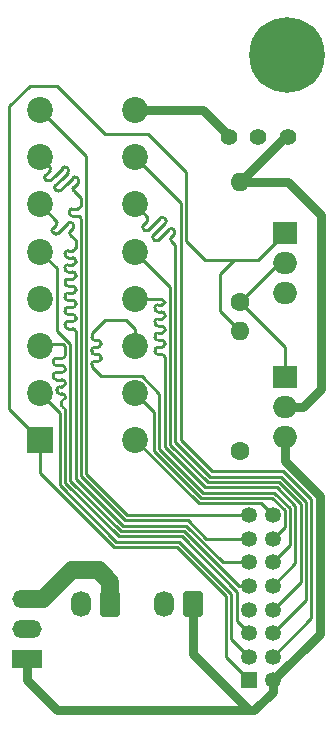
<source format=gbr>
%TF.GenerationSoftware,KiCad,Pcbnew,8.0.7*%
%TF.CreationDate,2025-07-29T20:25:38-07:00*%
%TF.ProjectId,V2.7-Connector-board,56322e37-2d43-46f6-9e6e-6563746f722d,rev?*%
%TF.SameCoordinates,Original*%
%TF.FileFunction,Copper,L1,Top*%
%TF.FilePolarity,Positive*%
%FSLAX46Y46*%
G04 Gerber Fmt 4.6, Leading zero omitted, Abs format (unit mm)*
G04 Created by KiCad (PCBNEW 8.0.7) date 2025-07-29 20:25:38*
%MOMM*%
%LPD*%
G01*
G04 APERTURE LIST*
G04 Aperture macros list*
%AMRoundRect*
0 Rectangle with rounded corners*
0 $1 Rounding radius*
0 $2 $3 $4 $5 $6 $7 $8 $9 X,Y pos of 4 corners*
0 Add a 4 corners polygon primitive as box body*
4,1,4,$2,$3,$4,$5,$6,$7,$8,$9,$2,$3,0*
0 Add four circle primitives for the rounded corners*
1,1,$1+$1,$2,$3*
1,1,$1+$1,$4,$5*
1,1,$1+$1,$6,$7*
1,1,$1+$1,$8,$9*
0 Add four rect primitives between the rounded corners*
20,1,$1+$1,$2,$3,$4,$5,0*
20,1,$1+$1,$4,$5,$6,$7,0*
20,1,$1+$1,$6,$7,$8,$9,0*
20,1,$1+$1,$8,$9,$2,$3,0*%
G04 Aperture macros list end*
%TA.AperFunction,ComponentPad*%
%ADD10RoundRect,0.250000X-0.600000X0.850000X-0.600000X-0.850000X0.600000X-0.850000X0.600000X0.850000X0*%
%TD*%
%TA.AperFunction,ComponentPad*%
%ADD11O,1.700000X2.200000*%
%TD*%
%TA.AperFunction,ComponentPad*%
%ADD12C,1.600000*%
%TD*%
%TA.AperFunction,ComponentPad*%
%ADD13O,1.600000X1.600000*%
%TD*%
%TA.AperFunction,ComponentPad*%
%ADD14C,1.397000*%
%TD*%
%TA.AperFunction,ComponentPad*%
%ADD15R,1.346200X1.346200*%
%TD*%
%TA.AperFunction,ComponentPad*%
%ADD16C,1.346200*%
%TD*%
%TA.AperFunction,ComponentPad*%
%ADD17R,2.500000X1.500000*%
%TD*%
%TA.AperFunction,ComponentPad*%
%ADD18O,2.500000X1.500000*%
%TD*%
%TA.AperFunction,ComponentPad*%
%ADD19C,6.400000*%
%TD*%
%TA.AperFunction,ComponentPad*%
%ADD20R,2.000000X1.905000*%
%TD*%
%TA.AperFunction,ComponentPad*%
%ADD21O,2.000000X1.905000*%
%TD*%
%TA.AperFunction,ComponentPad*%
%ADD22R,2.192000X2.192000*%
%TD*%
%TA.AperFunction,ComponentPad*%
%ADD23C,2.192000*%
%TD*%
%TA.AperFunction,Conductor*%
%ADD24C,0.750000*%
%TD*%
%TA.AperFunction,Conductor*%
%ADD25C,0.250000*%
%TD*%
%TA.AperFunction,Conductor*%
%ADD26C,1.500000*%
%TD*%
G04 APERTURE END LIST*
D10*
%TO.P,J4,1,Pin_1*%
%TO.N,V4*%
X127468000Y-74862000D03*
D11*
%TO.P,J4,2,Pin_2*%
%TO.N,GND*%
X124968000Y-74862000D03*
%TD*%
D10*
%TO.P,J3,1,Pin_1*%
%TO.N,V3*%
X134493000Y-74862000D03*
D11*
%TO.P,J3,2,Pin_2*%
%TO.N,GND*%
X131993000Y-74862000D03*
%TD*%
D12*
%TO.P,R2,1*%
%TO.N,GND*%
X138430000Y-61849000D03*
D13*
%TO.P,R2,2*%
%TO.N,V2*%
X138430000Y-51689000D03*
%TD*%
D14*
%TO.P,SW1,3,3*%
%TO.N,V1*%
X137494000Y-35306000D03*
%TO.P,SW1,2,2*%
%TO.N,GND*%
X139994000Y-35306000D03*
%TO.P,SW1,1,1*%
%TO.N,Net-(Q2-D)*%
X142494000Y-35306000D03*
%TD*%
D15*
%TO.P,J1,1,Pin_1*%
%TO.N,V2*%
X139223999Y-81310000D03*
D16*
%TO.P,J1,2,Pin_2*%
%TO.N,OBD_Pin2*%
X139223999Y-79310001D03*
%TO.P,J1,3,Pin_3*%
%TO.N,OBD_Pin3*%
X139223999Y-77310000D03*
%TO.P,J1,4,Pin_4*%
%TO.N,GND*%
X139223999Y-75310001D03*
%TO.P,J1,5,Pin_5*%
%TO.N,OBD_Pin5*%
X139223999Y-73310000D03*
%TO.P,J1,6,Pin_6*%
%TO.N,OBD_Pin6*%
X139223999Y-71310002D03*
%TO.P,J1,7,Pin_7*%
%TO.N,OBD_Pin7*%
X139223999Y-69310001D03*
%TO.P,J1,8,Pin_8*%
%TO.N,OBD_Pin8*%
X139223999Y-67310000D03*
%TO.P,J1,9,Pin_9*%
%TO.N,OBD_Pin9*%
X141224000Y-67310000D03*
%TO.P,J1,10,Pin_10*%
%TO.N,OBD_Pin10*%
X141224000Y-69310001D03*
%TO.P,J1,11,Pin_11*%
%TO.N,OBD_Pin11*%
X141224000Y-71310002D03*
%TO.P,J1,12,Pin_12*%
%TO.N,OBD_Pin12*%
X141224000Y-73310000D03*
%TO.P,J1,13,Pin_13*%
%TO.N,OBD_Pin13*%
X141224000Y-75310001D03*
%TO.P,J1,14,Pin_14*%
%TO.N,OBD_Pin14*%
X141224000Y-77310000D03*
%TO.P,J1,15,Pin_15*%
%TO.N,OBD_Pin15*%
X141224000Y-79310001D03*
%TO.P,J1,16,Pin_16*%
%TO.N,V3*%
X141224000Y-81310000D03*
%TD*%
D17*
%TO.P,U1,1,Vin*%
%TO.N,V3*%
X120396000Y-79502000D03*
D18*
%TO.P,U1,2,GND*%
%TO.N,GND*%
X120396000Y-76962000D03*
%TO.P,U1,3,Vout*%
%TO.N,V4*%
X120396000Y-74422000D03*
%TD*%
D19*
%TO.P,H1,1,1*%
%TO.N,GND*%
X142427000Y-28388000D03*
%TD*%
D12*
%TO.P,R1,1*%
%TO.N,Net-(Q1-D)*%
X138430000Y-49276000D03*
D13*
%TO.P,R1,2*%
%TO.N,Net-(Q2-D)*%
X138430000Y-39116000D03*
%TD*%
D20*
%TO.P,Q2,1,G*%
%TO.N,Net-(Q1-D)*%
X142240000Y-55626000D03*
D21*
%TO.P,Q2,2,D*%
%TO.N,Net-(Q2-D)*%
X142240000Y-58166000D03*
%TO.P,Q2,3,S*%
%TO.N,V3*%
X142240000Y-60706000D03*
%TD*%
D20*
%TO.P,Q1,1,G*%
%TO.N,V2*%
X142240000Y-43434000D03*
D21*
%TO.P,Q1,2,D*%
%TO.N,Net-(Q1-D)*%
X142240000Y-45974000D03*
%TO.P,Q1,3,S*%
%TO.N,GND*%
X142240000Y-48514000D03*
%TD*%
D22*
%TO.P,J2,1,Pin_1*%
%TO.N,V2*%
X121521220Y-60955080D03*
D23*
%TO.P,J2,2,Pin_2*%
%TO.N,OBD_Pin2*%
X121521220Y-56965080D03*
%TO.P,J2,3,Pin_3*%
%TO.N,OBD_Pin3*%
X121521220Y-52975080D03*
%TO.P,J2,4,Pin_4*%
%TO.N,GND*%
X121521220Y-48985080D03*
%TO.P,J2,5,Pin_5*%
%TO.N,OBD_Pin5*%
X121521220Y-44995080D03*
%TO.P,J2,6,Pin_6*%
%TO.N,OBD_Pin6*%
X121521220Y-41005080D03*
%TO.P,J2,7,Pin_7*%
%TO.N,OBD_Pin7*%
X121521220Y-37015080D03*
%TO.P,J2,8,Pin_8*%
%TO.N,OBD_Pin8*%
X121521220Y-33025080D03*
%TO.P,J2,9,Pin_9*%
%TO.N,OBD_Pin9*%
X129540000Y-60950000D03*
%TO.P,J2,10,Pin_10*%
%TO.N,OBD_Pin10*%
X129540000Y-56960000D03*
%TO.P,J2,11,Pin_11*%
%TO.N,OBD_Pin11*%
X129540000Y-52970000D03*
%TO.P,J2,12,Pin_12*%
%TO.N,OBD_Pin12*%
X129540000Y-48980000D03*
%TO.P,J2,13,Pin_13*%
%TO.N,OBD_Pin13*%
X129540000Y-44990000D03*
%TO.P,J2,14,Pin_14*%
%TO.N,OBD_Pin14*%
X129540000Y-41000000D03*
%TO.P,J2,15,Pin_15*%
%TO.N,OBD_Pin15*%
X129540000Y-37010000D03*
%TO.P,J2,16,Pin_16*%
%TO.N,V1*%
X129540000Y-33020000D03*
%TD*%
D24*
%TO.N,V3*%
X139665907Y-83820000D02*
X122936000Y-83820000D01*
X122936000Y-83820000D02*
X120396000Y-81280000D01*
X120396000Y-81280000D02*
X120396000Y-79502000D01*
D25*
%TO.N,OBD_Pin3*%
X121521220Y-52975080D02*
X121664300Y-52832000D01*
X121664300Y-52832000D02*
X123442604Y-52832000D01*
X123442604Y-52832000D02*
X123640000Y-53029396D01*
X123640000Y-53029396D02*
X123640000Y-53790000D01*
%TO.N,V2*%
X133132412Y-70010000D02*
X137276000Y-74153588D01*
X121521220Y-63737616D02*
X127793604Y-70010000D01*
X121521220Y-60955080D02*
X121521220Y-63737616D01*
X127793604Y-70010000D02*
X133132412Y-70010000D01*
X137276000Y-74153588D02*
X137276000Y-79362001D01*
X137276000Y-79362001D02*
X139223999Y-81310000D01*
%TO.N,OBD_Pin2*%
X121521220Y-56965080D02*
X123190000Y-58633860D01*
X137726000Y-77812002D02*
X139223999Y-79310001D01*
X127980000Y-69560000D02*
X133318808Y-69560000D01*
X133318808Y-69560000D02*
X137726000Y-73967192D01*
X137726000Y-73967192D02*
X137726000Y-77812002D01*
X123190000Y-58633860D02*
X123190000Y-64770000D01*
X123190000Y-64770000D02*
X127980000Y-69560000D01*
%TO.N,OBD_Pin3*%
X133505204Y-69110000D02*
X138176000Y-73780796D01*
X123640000Y-64583604D02*
X128166396Y-69110000D01*
X123640000Y-58979486D02*
X123640000Y-64583604D01*
X128166396Y-69110000D02*
X133505204Y-69110000D01*
X138176000Y-73780796D02*
X138176000Y-76262001D01*
X138176000Y-76262001D02*
X139223999Y-77310000D01*
D24*
%TO.N,V3*%
X141224000Y-81310000D02*
X141224000Y-82261907D01*
X141224000Y-82261907D02*
X139665907Y-83820000D01*
D25*
%TO.N,OBD_Pin5*%
X121521220Y-44995080D02*
X122942220Y-46416080D01*
X122942220Y-46416080D02*
X122942220Y-51695220D01*
X122942220Y-51695220D02*
X124090000Y-52843000D01*
X124090000Y-52843000D02*
X124090000Y-64397208D01*
X124090000Y-64397208D02*
X128352792Y-68660000D01*
X138341600Y-73310000D02*
X139223999Y-73310000D01*
X128352792Y-68660000D02*
X133691600Y-68660000D01*
X133691600Y-68660000D02*
X138341600Y-73310000D01*
%TO.N,OBD_Pin15*%
X144490000Y-65982493D02*
X144490000Y-76044001D01*
X136076396Y-63611900D02*
X142119407Y-63611900D01*
X142119407Y-63611900D02*
X144490000Y-65982493D01*
X144490000Y-76044001D02*
X141224000Y-79310001D01*
X129540000Y-37010000D02*
X133430000Y-40900000D01*
X133430000Y-40900000D02*
X133430000Y-60965504D01*
X133430000Y-60965504D02*
X136076396Y-63611900D01*
%TO.N,OBD_Pin14*%
X132049758Y-43509757D02*
X132049758Y-43509758D01*
X132980000Y-46533894D02*
X132980000Y-61151900D01*
X144040000Y-66168889D02*
X144040000Y-74494000D01*
X130689659Y-43172804D02*
X131031526Y-42830936D01*
X132879550Y-43528492D02*
X132643727Y-43764316D01*
X132728579Y-44188579D02*
X132980000Y-44440000D01*
X132980000Y-44440000D02*
X132980000Y-46533894D01*
X131625495Y-43085495D02*
X131113945Y-43597044D01*
X131201231Y-42661231D02*
X131712751Y-42149708D01*
X132794698Y-43104228D02*
X132879550Y-43189080D01*
X144040000Y-74494000D02*
X141224000Y-77310000D01*
X132049758Y-43509758D02*
X132219462Y-43340051D01*
X129540000Y-41000000D02*
X130607263Y-42067263D01*
X131538209Y-44021307D02*
X132049758Y-43509757D01*
X131625494Y-43085495D02*
X131625495Y-43085495D01*
X131031526Y-42830936D02*
X131201232Y-42661230D01*
X132137015Y-42573973D02*
X131625494Y-43085495D01*
X135890000Y-64061900D02*
X141933011Y-64061900D01*
X130265395Y-43087952D02*
X130350247Y-43172804D01*
X132052163Y-42149709D02*
X132137015Y-42234561D01*
X132643726Y-44103726D02*
X132728579Y-44188579D01*
X131113945Y-43936455D02*
X131198797Y-44021307D01*
X132980000Y-61151900D02*
X135890000Y-64061900D01*
X132219462Y-43340051D02*
X132455286Y-43104227D01*
X130607263Y-42406674D02*
X130265395Y-42748541D01*
X141933011Y-64061900D02*
X144040000Y-66168889D01*
X131201232Y-42661230D02*
X131201231Y-42661231D01*
X130607263Y-42067263D02*
G75*
G02*
X130607295Y-42406706I-169663J-169737D01*
G01*
X132879550Y-43189080D02*
G75*
G02*
X132879564Y-43528506I-169750J-169720D01*
G01*
X131198797Y-44021307D02*
G75*
G03*
X131538209Y-44021307I169706J169704D01*
G01*
X132455286Y-43104227D02*
G75*
G02*
X132794707Y-43104219I169714J-169673D01*
G01*
X131712751Y-42149708D02*
G75*
G02*
X132052206Y-42149665I169749J-169692D01*
G01*
X132643727Y-43764316D02*
G75*
G03*
X132643747Y-44103704I169673J-169684D01*
G01*
X131113945Y-43597044D02*
G75*
G03*
X131113994Y-43936406I169755J-169656D01*
G01*
X132137015Y-42234561D02*
G75*
G02*
X132137048Y-42574006I-169715J-169739D01*
G01*
X130350247Y-43172804D02*
G75*
G03*
X130689659Y-43172804I169706J169704D01*
G01*
X130265395Y-42748541D02*
G75*
G03*
X130265441Y-43087905I169705J-169659D01*
G01*
%TO.N,OBD_Pin13*%
X135703604Y-64511900D02*
X141746615Y-64511900D01*
X132530000Y-47980000D02*
X132530000Y-61338296D01*
X129540000Y-44990000D02*
X132530000Y-47980000D01*
X143590000Y-72944001D02*
X141224000Y-75310001D01*
X143590000Y-66355285D02*
X143590000Y-72944001D01*
X132530000Y-61338296D02*
X135703604Y-64511900D01*
X141746615Y-64511900D02*
X143590000Y-66355285D01*
%TO.N,OBD_Pin12*%
X131840000Y-53095000D02*
X131485666Y-53095000D01*
X132080000Y-51535000D02*
X132080000Y-51655000D01*
X131805000Y-48980000D02*
X132080000Y-49255000D01*
X132080000Y-53935000D02*
X132080000Y-54055000D01*
X135517208Y-64961900D02*
X141560219Y-64961900D01*
X131485689Y-52495000D02*
X131840000Y-52495000D01*
X143140000Y-66541681D02*
X143140000Y-71394000D01*
X129540000Y-48980000D02*
X131190986Y-48980000D01*
X131840000Y-51895000D02*
X131485689Y-51895000D01*
X131485689Y-50095000D02*
X131840000Y-50095000D01*
X132080000Y-50335000D02*
X132080000Y-50455000D01*
X131245689Y-49735000D02*
X131245689Y-49855000D01*
X132080000Y-52735000D02*
X132080000Y-52855000D01*
X132080000Y-54055000D02*
X132080000Y-54863757D01*
X131485666Y-53695000D02*
X131840000Y-53695000D01*
X141560219Y-64961900D02*
X143140000Y-66541681D01*
X143140000Y-71394000D02*
X141224000Y-73310000D01*
X131190986Y-48980000D02*
X131805000Y-48980000D01*
X131840000Y-49495000D02*
X131485689Y-49495000D01*
X131245689Y-50935000D02*
X131245689Y-51055000D01*
X131245689Y-52135000D02*
X131245689Y-52255000D01*
X131840000Y-50695000D02*
X131485689Y-50695000D01*
X132080000Y-54863757D02*
X132080000Y-61524692D01*
X132080000Y-61524692D02*
X135517208Y-64961900D01*
X131485689Y-51295000D02*
X131840000Y-51295000D01*
X131245666Y-53335000D02*
X131245666Y-53455000D01*
X132080000Y-49255000D02*
G75*
G02*
X131840000Y-49495000I-240000J0D01*
G01*
X131245689Y-51055000D02*
G75*
G03*
X131485689Y-51295011I240011J0D01*
G01*
X131840000Y-51295000D02*
G75*
G02*
X132080000Y-51535000I0J-240000D01*
G01*
X131485689Y-49495000D02*
G75*
G03*
X131245700Y-49735000I11J-240000D01*
G01*
X131485666Y-53095000D02*
G75*
G03*
X131245700Y-53335000I34J-240000D01*
G01*
X131245689Y-52255000D02*
G75*
G03*
X131485689Y-52495011I240011J0D01*
G01*
X131485689Y-50695000D02*
G75*
G03*
X131245700Y-50935000I11J-240000D01*
G01*
X131245689Y-49855000D02*
G75*
G03*
X131485689Y-50095011I240011J0D01*
G01*
X131840000Y-52495000D02*
G75*
G02*
X132080000Y-52735000I0J-240000D01*
G01*
X132080000Y-52855000D02*
G75*
G02*
X131840000Y-53095000I-240000J0D01*
G01*
X132080000Y-50455000D02*
G75*
G02*
X131840000Y-50695000I-240000J0D01*
G01*
X131840000Y-53695000D02*
G75*
G02*
X132080000Y-53935000I0J-240000D01*
G01*
X132080000Y-51655000D02*
G75*
G02*
X131840000Y-51895000I-240000J0D01*
G01*
X131485689Y-51895000D02*
G75*
G03*
X131245700Y-52135000I11J-240000D01*
G01*
X131245666Y-53455000D02*
G75*
G03*
X131485666Y-53695034I240034J0D01*
G01*
X131840000Y-50095000D02*
G75*
G02*
X132080000Y-50335000I0J-240000D01*
G01*
%TO.N,OBD_Pin11*%
X126425548Y-53092050D02*
X126130000Y-53092050D01*
X126665556Y-53932050D02*
X126665556Y-54052050D01*
X125890000Y-54532050D02*
X125890000Y-54652050D01*
X125890000Y-53332050D02*
X125890000Y-53452050D01*
X129540000Y-52970000D02*
X129540000Y-51562000D01*
X125890000Y-54652050D02*
X125890000Y-54770000D01*
X126659000Y-55539000D02*
X127460215Y-55539000D01*
X127000000Y-50800000D02*
X125890000Y-51910000D01*
X126130000Y-53692050D02*
X126425556Y-53692050D01*
X126130000Y-52492050D02*
X126425548Y-52492050D01*
X141373823Y-65411900D02*
X142690000Y-66728077D01*
X130128598Y-55539000D02*
X131630000Y-57040402D01*
X125890000Y-51910000D02*
X125890000Y-52252050D01*
X128778000Y-50800000D02*
X127000000Y-50800000D01*
X135330812Y-65411900D02*
X141373823Y-65411900D01*
X127460215Y-55539000D02*
X130128598Y-55539000D01*
X125890000Y-54770000D02*
X126659000Y-55539000D01*
X142690000Y-66728077D02*
X142690000Y-69844002D01*
X131630000Y-57040402D02*
X131630000Y-61711088D01*
X126665548Y-52732050D02*
X126665548Y-52852050D01*
X131630000Y-61711088D02*
X135330812Y-65411900D01*
X129540000Y-51562000D02*
X128778000Y-50800000D01*
X142690000Y-69844002D02*
X141224000Y-71310002D01*
X126425556Y-54292050D02*
X126130000Y-54292050D01*
X126130000Y-54292050D02*
G75*
G03*
X125890050Y-54532050I0J-239950D01*
G01*
X126665556Y-54052050D02*
G75*
G02*
X126425556Y-54292056I-239956J-50D01*
G01*
X125890000Y-53452050D02*
G75*
G03*
X126130000Y-53692100I240000J-50D01*
G01*
X126665548Y-52852050D02*
G75*
G02*
X126425548Y-53092148I-240048J-50D01*
G01*
X125890000Y-52252050D02*
G75*
G03*
X126130000Y-52492100I240000J-50D01*
G01*
X126130000Y-53092050D02*
G75*
G03*
X125890050Y-53332050I0J-239950D01*
G01*
X126425548Y-52492050D02*
G75*
G02*
X126665450Y-52732050I-48J-239950D01*
G01*
X126425556Y-53692050D02*
G75*
G02*
X126665550Y-53932050I44J-239950D01*
G01*
%TO.N,OBD_Pin10*%
X131180000Y-61897484D02*
X135144416Y-65861900D01*
X131180000Y-58600000D02*
X131180000Y-61897484D01*
X142240000Y-68294001D02*
X141224000Y-69310001D01*
X135144416Y-65861900D02*
X141187427Y-65861900D01*
X141187427Y-65861900D02*
X142240000Y-66914473D01*
X129540000Y-56960000D02*
X131180000Y-58600000D01*
X142240000Y-66914473D02*
X142240000Y-68294001D01*
%TO.N,OBD_Pin9*%
X134958020Y-66311900D02*
X140225900Y-66311900D01*
X129540000Y-60950000D02*
X129596120Y-60950000D01*
X140225900Y-66311900D02*
X141224000Y-67310000D01*
X129596120Y-60950000D02*
X134958020Y-66311900D01*
%TO.N,OBD_Pin8*%
X128911980Y-67310000D02*
X139223999Y-67310000D01*
X125440000Y-63838020D02*
X128911980Y-67310000D01*
X125440000Y-36943860D02*
X125440000Y-63838020D01*
X121521220Y-33025080D02*
X125440000Y-36943860D01*
%TO.N,OBD_Pin7*%
X124990000Y-40483860D02*
X124990000Y-41133860D01*
X124453283Y-39947143D02*
X124990000Y-40483860D01*
X122756230Y-38589500D02*
X122925936Y-38419794D01*
X123350199Y-38844059D02*
X122814724Y-39379533D01*
X122390510Y-38955221D02*
X122756230Y-38589500D01*
X123350198Y-38844059D02*
X123350199Y-38844059D01*
X123238988Y-39803796D02*
X123774462Y-39268321D01*
X124990000Y-43609383D02*
X124990000Y-64024416D01*
X124232750Y-41973860D02*
X124750000Y-41973860D01*
X123885651Y-38308605D02*
X123350198Y-38844059D01*
X128725584Y-67760000D02*
X134064392Y-67760000D01*
X121966246Y-38870369D02*
X122051098Y-38955221D01*
X123992750Y-41613860D02*
X123992750Y-41733860D01*
X121521220Y-37015080D02*
X122331967Y-37825827D01*
X122925935Y-38419795D02*
X123461387Y-37884340D01*
X122331967Y-38165238D02*
X121966246Y-38530958D01*
X124368430Y-39862290D02*
X124453283Y-39947143D01*
X134064392Y-67760000D02*
X135614393Y-69310001D01*
X123800799Y-37884341D02*
X123885651Y-37969193D01*
X123774462Y-39268321D02*
X123774462Y-39268322D01*
X124734207Y-39157103D02*
X124368431Y-39522880D01*
X122814724Y-39718944D02*
X122899576Y-39803796D01*
X124649355Y-38732839D02*
X124734207Y-38817691D01*
X123944166Y-39098615D02*
X124309943Y-38732838D01*
X123774462Y-39268322D02*
X123944166Y-39098615D01*
X124990000Y-64024416D02*
X128725584Y-67760000D01*
X135614393Y-69310001D02*
X139223999Y-69310001D01*
X122925936Y-38419794D02*
X122925935Y-38419795D01*
X124750000Y-41373860D02*
X124232750Y-41373860D01*
X124990000Y-42213860D02*
X124990000Y-42333860D01*
X124990000Y-42333860D02*
X124990000Y-43609383D01*
X123461387Y-37884340D02*
G75*
G02*
X123800806Y-37884333I169713J-169760D01*
G01*
X123992750Y-41733860D02*
G75*
G03*
X124232750Y-41973850I239950J-40D01*
G01*
X121966246Y-38530958D02*
G75*
G03*
X121966209Y-38870405I169754J-169742D01*
G01*
X122051098Y-38955221D02*
G75*
G03*
X122390510Y-38955221I169706J169704D01*
G01*
X124734207Y-38817691D02*
G75*
G02*
X124734210Y-39157106I-169707J-169709D01*
G01*
X124232750Y-41373860D02*
G75*
G03*
X123992660Y-41613860I-50J-240040D01*
G01*
X123885651Y-37969193D02*
G75*
G02*
X123885652Y-38308606I-169651J-169707D01*
G01*
X124990000Y-41133860D02*
G75*
G02*
X124750000Y-41373900I-240000J-40D01*
G01*
X124750000Y-41973860D02*
G75*
G02*
X124990040Y-42213860I0J-240040D01*
G01*
X122899576Y-39803796D02*
G75*
G03*
X123238988Y-39803796I169706J169704D01*
G01*
X124368431Y-39522880D02*
G75*
G03*
X124368415Y-39862305I169669J-169720D01*
G01*
X122814724Y-39379533D02*
G75*
G03*
X122814762Y-39718905I169676J-169667D01*
G01*
X122331967Y-37825827D02*
G75*
G02*
X122331935Y-38165205I-169667J-169673D01*
G01*
X124309943Y-38732838D02*
G75*
G02*
X124649306Y-38732887I169657J-169662D01*
G01*
%TO.N,OBD_Pin6*%
X122596053Y-43371188D02*
X122680905Y-43456040D01*
X123496248Y-42980108D02*
X123665952Y-42810401D01*
X124540000Y-46953860D02*
X124540000Y-47073860D01*
X124300000Y-48513860D02*
X123866952Y-48513860D01*
X124540000Y-64210812D02*
X128539188Y-68210000D01*
X124300000Y-46113860D02*
X123866952Y-46113860D01*
X124300000Y-50913860D02*
X123866952Y-50913860D01*
X128539188Y-68210000D02*
X133877996Y-68210000D01*
X123626952Y-46353860D02*
X123626952Y-46473860D01*
X123020317Y-43456040D02*
X123326543Y-43149813D01*
X124540000Y-48153860D02*
X124540000Y-48273860D01*
X136977998Y-71310002D02*
X139223999Y-71310002D01*
X123866952Y-51513860D02*
X124300000Y-51513860D01*
X123866952Y-49113860D02*
X124300000Y-49113860D01*
X124540000Y-54372209D02*
X124540000Y-64210812D01*
X123665952Y-42810401D02*
X123901444Y-42574909D01*
X124090215Y-43574077D02*
X124175069Y-43658929D01*
X123866949Y-50313860D02*
X124300000Y-50313860D01*
X123626951Y-45153860D02*
X123626951Y-45273860D01*
X124540000Y-45753860D02*
X124540000Y-45873860D01*
X124300000Y-47313860D02*
X123866951Y-47313860D01*
X124300000Y-49713860D02*
X123866949Y-49713860D01*
X124540000Y-50553860D02*
X124540000Y-50673860D01*
X124540000Y-51873860D02*
X124540000Y-54372209D01*
X123326543Y-43149813D02*
X123496248Y-42980108D01*
X124540000Y-44023860D02*
X124540000Y-44673860D01*
X124300000Y-44913860D02*
X123866951Y-44913860D01*
X123626952Y-48753860D02*
X123626952Y-48873860D01*
X124540000Y-49353860D02*
X124540000Y-49473860D01*
X123626949Y-49953860D02*
X123626949Y-50073860D01*
X124540000Y-51753860D02*
X124540000Y-51873860D01*
X123866952Y-46713860D02*
X124300000Y-46713860D01*
X123626951Y-47553860D02*
X123626951Y-47673860D01*
X124325708Y-42999174D02*
X124090216Y-43234667D01*
X123866951Y-45513860D02*
X124300000Y-45513860D01*
X122902280Y-42725551D02*
X122596053Y-43031777D01*
X121521220Y-41005080D02*
X122902280Y-42386140D01*
X123866951Y-47913860D02*
X124300000Y-47913860D01*
X123626952Y-51153860D02*
X123626952Y-51273860D01*
X124175069Y-43658929D02*
X124540000Y-44023860D01*
X133877996Y-68210000D02*
X136977998Y-71310002D01*
X124240856Y-42574910D02*
X124325708Y-42659762D01*
X123626949Y-50073860D02*
G75*
G03*
X123866949Y-50313851I239951J-40D01*
G01*
X123866952Y-50913860D02*
G75*
G03*
X123626960Y-51153860I48J-240040D01*
G01*
X124540000Y-50673860D02*
G75*
G02*
X124300000Y-50913900I-240000J-40D01*
G01*
X124300000Y-45513860D02*
G75*
G02*
X124540040Y-45753860I0J-240040D01*
G01*
X124540000Y-49473860D02*
G75*
G02*
X124300000Y-49713900I-240000J-40D01*
G01*
X124300000Y-47913860D02*
G75*
G02*
X124540040Y-48153860I0J-240040D01*
G01*
X124540000Y-44673860D02*
G75*
G02*
X124300000Y-44913900I-240000J-40D01*
G01*
X123626952Y-48873860D02*
G75*
G03*
X123866952Y-49113948I240048J-40D01*
G01*
X124300000Y-50313860D02*
G75*
G02*
X124540040Y-50553860I0J-240040D01*
G01*
X124300000Y-46713860D02*
G75*
G02*
X124540040Y-46953860I0J-240040D01*
G01*
X123626952Y-51273860D02*
G75*
G03*
X123866952Y-51513948I240048J-40D01*
G01*
X123626951Y-47673860D02*
G75*
G03*
X123866951Y-47913849I239949J-40D01*
G01*
X124540000Y-45873860D02*
G75*
G02*
X124300000Y-46113900I-240000J-40D01*
G01*
X122596053Y-43031777D02*
G75*
G03*
X122596035Y-43371205I169747J-169723D01*
G01*
X123866949Y-49713860D02*
G75*
G03*
X123626860Y-49953860I-49J-240040D01*
G01*
X124540000Y-48273860D02*
G75*
G02*
X124300000Y-48513900I-240000J-40D01*
G01*
X124300000Y-51513860D02*
G75*
G02*
X124540040Y-51753860I0J-240040D01*
G01*
X123866951Y-44913860D02*
G75*
G03*
X123626860Y-45153860I-51J-240040D01*
G01*
X122902280Y-42386140D02*
G75*
G02*
X122902235Y-42725505I-169680J-169660D01*
G01*
X123866952Y-48513860D02*
G75*
G03*
X123626960Y-48753860I48J-240040D01*
G01*
X124300000Y-49113860D02*
G75*
G02*
X124540040Y-49353860I0J-240040D01*
G01*
X123866952Y-46113860D02*
G75*
G03*
X123626960Y-46353860I48J-240040D01*
G01*
X123901444Y-42574909D02*
G75*
G02*
X124240806Y-42574959I169656J-169691D01*
G01*
X124090216Y-43234667D02*
G75*
G03*
X124090187Y-43574105I169684J-169733D01*
G01*
X123866951Y-47313860D02*
G75*
G03*
X123626860Y-47553860I-51J-240040D01*
G01*
X124540000Y-47073860D02*
G75*
G02*
X124300000Y-47313900I-240000J-40D01*
G01*
X123626951Y-45273860D02*
G75*
G03*
X123866951Y-45513849I239949J-40D01*
G01*
X124325708Y-42659762D02*
G75*
G02*
X124325740Y-42999206I-169708J-169738D01*
G01*
X122680905Y-43456040D02*
G75*
G03*
X123020317Y-43456040I169706J169704D01*
G01*
X123626952Y-46473860D02*
G75*
G03*
X123866952Y-46713948I240048J-40D01*
G01*
%TO.N,OBD_Pin3*%
X121521220Y-52975080D02*
X120633070Y-52975080D01*
X123400000Y-54030000D02*
X122880000Y-54030000D01*
X122880000Y-54630000D02*
X123400000Y-54630000D01*
X123640000Y-57270000D02*
X123640000Y-57390000D01*
X122940000Y-56670000D02*
X122940000Y-56790000D01*
X123640000Y-58590000D02*
X123640000Y-58979486D01*
X122640000Y-54270000D02*
X122640000Y-54390000D01*
X122640000Y-55470000D02*
X122640000Y-55590000D01*
X123290000Y-57740000D02*
X123290000Y-57990000D01*
X123640000Y-54870000D02*
X123640000Y-54990000D01*
X123640000Y-58340000D02*
X123640000Y-58590000D01*
X122880000Y-55830000D02*
X123400000Y-55830000D01*
X123640000Y-56070000D02*
X123640000Y-56190000D01*
X123180000Y-57030000D02*
X123400000Y-57030000D01*
X123400000Y-56430000D02*
X123180000Y-56430000D01*
X123400000Y-55230000D02*
X122880000Y-55230000D01*
X122640000Y-54390000D02*
G75*
G03*
X122880000Y-54630000I240000J0D01*
G01*
X123180000Y-56430000D02*
G75*
G03*
X122940000Y-56670000I0J-240000D01*
G01*
X122640000Y-55590000D02*
G75*
G03*
X122880000Y-55830000I240000J0D01*
G01*
X122880000Y-54030000D02*
G75*
G03*
X122640000Y-54270000I0J-240000D01*
G01*
X122880000Y-55230000D02*
G75*
G03*
X122640000Y-55470000I0J-240000D01*
G01*
X122940000Y-56790000D02*
G75*
G03*
X123180000Y-57030000I240000J0D01*
G01*
X123640000Y-56190000D02*
G75*
G02*
X123400000Y-56430000I-240000J0D01*
G01*
X123640000Y-57390000D02*
G75*
G02*
X123465000Y-57565000I-175000J0D01*
G01*
X123640000Y-53790000D02*
G75*
G02*
X123400000Y-54030000I-240000J0D01*
G01*
X123465000Y-57565000D02*
G75*
G03*
X123290000Y-57740000I0J-175000D01*
G01*
X123400000Y-54630000D02*
G75*
G02*
X123640000Y-54870000I0J-240000D01*
G01*
X123400000Y-57030000D02*
G75*
G02*
X123640000Y-57270000I0J-240000D01*
G01*
X123290000Y-57990000D02*
G75*
G03*
X123465000Y-58165000I175000J0D01*
G01*
X123640000Y-54990000D02*
G75*
G02*
X123400000Y-55230000I-240000J0D01*
G01*
X123400000Y-55830000D02*
G75*
G02*
X123640000Y-56070000I0J-240000D01*
G01*
X123465000Y-58165000D02*
G75*
G02*
X123640000Y-58340000I0J-175000D01*
G01*
D24*
%TO.N,V3*%
X145190000Y-77344000D02*
X145190000Y-65692543D01*
X141224000Y-81310000D02*
X145190000Y-77344000D01*
X145190000Y-65692543D02*
X142240000Y-62742543D01*
X142240000Y-62742543D02*
X142240000Y-60706000D01*
%TO.N,V1*%
X129540000Y-33020000D02*
X135335000Y-33020000D01*
X135335000Y-33020000D02*
X137367000Y-35052000D01*
D25*
%TO.N,V2*%
X135509000Y-45720000D02*
X133880000Y-44091000D01*
X138430000Y-51689000D02*
X136779000Y-50038000D01*
X139954000Y-45720000D02*
X142240000Y-43434000D01*
X137922000Y-45720000D02*
X139954000Y-45720000D01*
X133880000Y-38249000D02*
X130683000Y-35052000D01*
X118930000Y-32708000D02*
X118930000Y-58363860D01*
X139954000Y-45720000D02*
X135509000Y-45720000D01*
X120650000Y-30988000D02*
X118930000Y-32708000D01*
X118930000Y-58363860D02*
X121521220Y-60955080D01*
X133880000Y-44091000D02*
X133880000Y-38249000D01*
X130683000Y-35052000D02*
X127000000Y-35052000D01*
X127000000Y-35052000D02*
X122936000Y-30988000D01*
X136779000Y-50038000D02*
X136779000Y-46863000D01*
X122936000Y-30988000D02*
X120650000Y-30988000D01*
X136779000Y-46863000D02*
X137922000Y-45720000D01*
D24*
%TO.N,Net-(Q2-D)*%
X143764000Y-58166000D02*
X142240000Y-58166000D01*
X138430000Y-38862000D02*
X138430000Y-39116000D01*
X145288000Y-41910000D02*
X145288000Y-56642000D01*
X142494000Y-39116000D02*
X145288000Y-41910000D01*
X138430000Y-39116000D02*
X142494000Y-39116000D01*
X145288000Y-56642000D02*
X143764000Y-58166000D01*
X142367000Y-35052000D02*
X142367000Y-35179000D01*
X142367000Y-35052000D02*
X142240000Y-35052000D01*
X142367000Y-35179000D02*
X138430000Y-39116000D01*
D25*
%TO.N,Net-(Q1-D)*%
X142240000Y-45974000D02*
X141732000Y-45974000D01*
X142240000Y-53086000D02*
X138430000Y-49276000D01*
X142240000Y-55626000D02*
X142240000Y-53086000D01*
X141732000Y-45974000D02*
X138430000Y-49276000D01*
D26*
%TO.N,V4*%
X121793000Y-74422000D02*
X124219300Y-71995700D01*
X124219300Y-71995700D02*
X126478700Y-71995700D01*
X126478700Y-71995700D02*
X127468000Y-72985000D01*
X120396000Y-74422000D02*
X121793000Y-74422000D01*
X127468000Y-72985000D02*
X127468000Y-74608000D01*
D24*
%TO.N,V3*%
X139665907Y-83820000D02*
X139237799Y-83820000D01*
X139237799Y-83820000D02*
X134493000Y-79075201D01*
X134493000Y-79075201D02*
X134493000Y-74608000D01*
%TD*%
M02*

</source>
